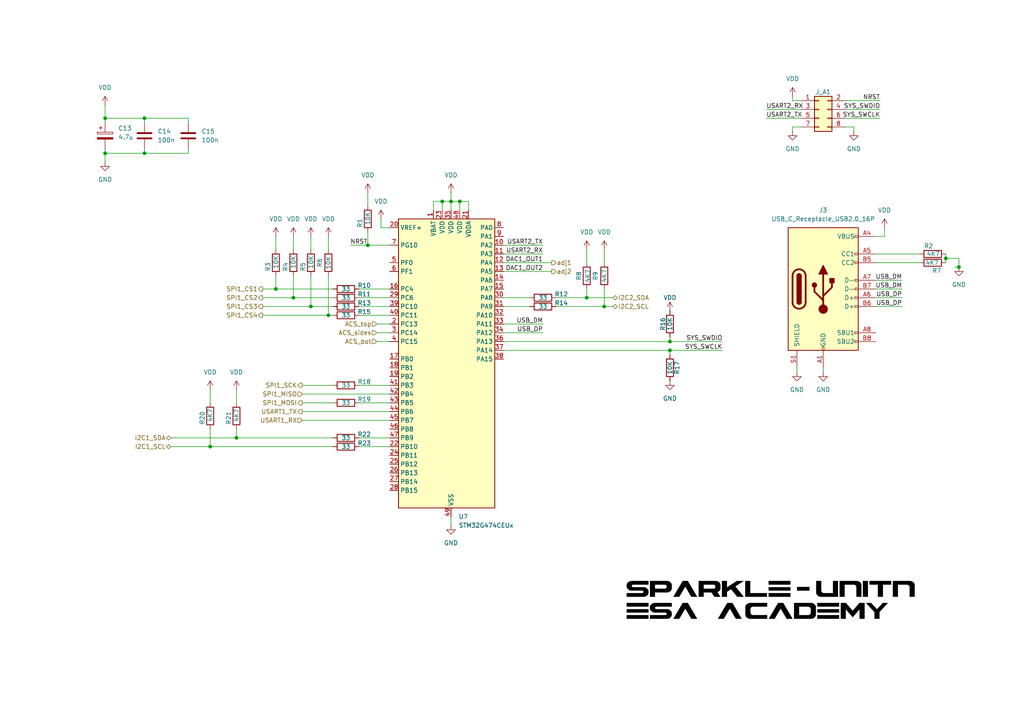
<source format=kicad_sch>
(kicad_sch (version 20231120) (generator "eeschema") (generator_version "8.0")
  (paper "A4")
  (title_block (title "Data Processing and Control Unit (DPCU)") (date "2024-10-17") (rev "1.0"))
  (lib_symbols
    (symbol "Connector:USB_C_Receptacle_USB2.0_16P" (pin_names (offset 1.016))
      (property "Reference" "J" (at 0 22.225 0))
      (property "Value" "USB_C_Receptacle_USB2.0_16P" (at 0 19.685 0))
      (symbol "USB_C_Receptacle_USB2.0_16P_0_0"
        (rectangle (start -0.254 -17.78) (end 0.254 -16.764))
        (rectangle (start 10.16 -14.986) (end 9.144 -15.494))
        (rectangle (start 10.16 -12.446) (end 9.144 -12.954))
        (rectangle (start 10.16 -4.826) (end 9.144 -5.334))
        (rectangle (start 10.16 -2.286) (end 9.144 -2.794))
        (rectangle (start 10.16 0.254) (end 9.144 -0.254))
        (rectangle (start 10.16 2.794) (end 9.144 2.286))
        (rectangle (start 10.16 7.874) (end 9.144 7.366))
        (rectangle (start 10.16 10.414) (end 9.144 9.906))
        (rectangle (start 10.16 15.494) (end 9.144 14.986))
      )
      (symbol "USB_C_Receptacle_USB2.0_16P_0_1"
        (rectangle (start -10.16 17.78) (end 10.16 -17.78) (stroke (width 0.254)) (fill (type background)))
        (arc (start -8.89 -3.81) (mid -6.985 -5.7067) (end -5.08 -3.81) (stroke (width 0.508)))
        (arc (start -7.62 -3.81) (mid -6.985 -4.4423) (end -6.35 -3.81) (stroke (width 0.254)))
        (arc (start -7.62 -3.81) (mid -6.985 -4.4423) (end -6.35 -3.81) (stroke (width 0.254)) (fill (type outline)))
        (rectangle (start -7.62 -3.81) (end -6.35 3.81) (stroke (width 0.254)) (fill (type outline)))
        (arc (start -6.35 3.81) (mid -6.985 4.4423) (end -7.62 3.81) (stroke (width 0.254)))
        (arc (start -6.35 3.81) (mid -6.985 4.4423) (end -7.62 3.81) (stroke (width 0.254)) (fill (type outline)))
        (arc (start -5.08 3.81) (mid -6.985 5.7067) (end -8.89 3.81) (stroke (width 0.508)))
        (circle (center -2.54 1.143) (radius 0.635) (stroke (width 0.254)) (fill (type outline)))
        (circle (center 0 -5.842) (radius 1.27) (fill (type outline)))
        (polyline (pts (xy -8.89 -3.81) (xy -8.89 3.81)) (stroke (width 0.508)))
        (polyline (pts (xy -5.08 3.81) (xy -5.08 -3.81)) (stroke (width 0.508)))
        (polyline (pts (xy 0 -5.842) (xy 0 4.318)) (stroke (width 0.508)))
        (polyline (pts (xy 0 -3.302) (xy -2.54 -0.762) (xy -2.54 0.508)) (stroke (width 0.508)))
        (polyline (pts (xy 0 -2.032) (xy 2.54 0.508) (xy 2.54 1.778)) (stroke (width 0.508)))
        (polyline (pts (xy -1.27 4.318) (xy 0 6.858) (xy 1.27 4.318) (xy -1.27 4.318)) (stroke (width 0.254)) (fill (type outline)))
        (rectangle (start 1.905 1.778) (end 3.175 3.048) (stroke (width 0.254)) (fill (type outline)))
      )
      (symbol "USB_C_Receptacle_USB2.0_16P_1_1"
        (pin passive line (at 0 -22.86 90) (length 5.08) (name "GND") (number "A1"))
        (pin passive line (at 0 -22.86 90) (length 5.08) hide (name "GND") (number "A12"))
        (pin passive line (at 15.24 15.24 180) (length 5.08) (name "VBUS") (number "A4"))
        (pin bidirectional line (at 15.24 10.16 180) (length 5.08) (name "CC1") (number "A5"))
        (pin bidirectional line (at 15.24 -2.54 180) (length 5.08) (name "D+") (number "A6"))
        (pin bidirectional line (at 15.24 2.54 180) (length 5.08) (name "D-") (number "A7"))
        (pin bidirectional line (at 15.24 -12.7 180) (length 5.08) (name "SBU1") (number "A8"))
        (pin passive line (at 15.24 15.24 180) (length 5.08) hide (name "VBUS") (number "A9"))
        (pin passive line (at 0 -22.86 90) (length 5.08) hide (name "GND") (number "B1"))
        (pin passive line (at 0 -22.86 90) (length 5.08) hide (name "GND") (number "B12"))
        (pin passive line (at 15.24 15.24 180) (length 5.08) hide (name "VBUS") (number "B4"))
        (pin bidirectional line (at 15.24 7.62 180) (length 5.08) (name "CC2") (number "B5"))
        (pin bidirectional line (at 15.24 -5.08 180) (length 5.08) (name "D+") (number "B6"))
        (pin bidirectional line (at 15.24 0 180) (length 5.08) (name "D-") (number "B7"))
        (pin bidirectional line (at 15.24 -15.24 180) (length 5.08) (name "SBU2") (number "B8"))
        (pin passive line (at 15.24 15.24 180) (length 5.08) hide (name "VBUS") (number "B9"))
        (pin passive line (at -7.62 -22.86 90) (length 5.08) (name "SHIELD") (number "S1"))
      )
    )
    (symbol "Connector_Generic:Conn_02x04_Odd_Even" (pin_names (offset 1.016) hide)
      (property "Reference" "J" (at 1.27 5.08 0))
      (property "Value" "Conn_02x04_Odd_Even" (at 1.27 -7.62 0))
      (symbol "Conn_02x04_Odd_Even_1_1"
        (rectangle (start -1.27 -4.953) (end 0 -5.207) (stroke (width 0.1524)))
        (rectangle (start -1.27 -2.413) (end 0 -2.667) (stroke (width 0.1524)))
        (rectangle (start -1.27 0.127) (end 0 -0.127) (stroke (width 0.1524)))
        (rectangle (start -1.27 2.667) (end 0 2.413) (stroke (width 0.1524)))
        (rectangle (start -1.27 3.81) (end 3.81 -6.35) (stroke (width 0.254)) (fill (type background)))
        (rectangle (start 3.81 -4.953) (end 2.54 -5.207) (stroke (width 0.1524)))
        (rectangle (start 3.81 -2.413) (end 2.54 -2.667) (stroke (width 0.1524)))
        (rectangle (start 3.81 0.127) (end 2.54 -0.127) (stroke (width 0.1524)))
        (rectangle (start 3.81 2.667) (end 2.54 2.413) (stroke (width 0.1524)))
        (pin passive line (at -5.08 2.54 0) (length 3.81) (name "Pin_1") (number "1"))
        (pin passive line (at 7.62 2.54 180) (length 3.81) (name "Pin_2") (number "2"))
        (pin passive line (at -5.08 0 0) (length 3.81) (name "Pin_3") (number "3"))
        (pin passive line (at 7.62 0 180) (length 3.81) (name "Pin_4") (number "4"))
        (pin passive line (at -5.08 -2.54 0) (length 3.81) (name "Pin_5") (number "5"))
        (pin passive line (at 7.62 -2.54 180) (length 3.81) (name "Pin_6") (number "6"))
        (pin passive line (at -5.08 -5.08 0) (length 3.81) (name "Pin_7") (number "7"))
        (pin passive line (at 7.62 -5.08 180) (length 3.81) (name "Pin_8") (number "8"))
      )
    )
    (symbol "Device:C" (pin_numbers hide) (pin_names (offset 0.254))
      (property "Reference" "C" (at 0.635 2.54 0))
      (property "Value" "C" (at 0.635 -2.54 0))
      (symbol "C_0_1"
        (polyline (pts (xy -2.032 -0.762) (xy 2.032 -0.762)) (stroke (width 0.508)))
        (polyline (pts (xy -2.032 0.762) (xy 2.032 0.762)) (stroke (width 0.508)))
      )
      (symbol "C_1_1"
        (pin passive line (at 0 3.81 270) (length 2.794) (name "~") (number "1"))
        (pin passive line (at 0 -3.81 90) (length 2.794) (name "~") (number "2"))
      )
    )
    (symbol "Device:C_Polarized" (pin_numbers hide) (pin_names (offset 0.254))
      (property "Reference" "C" (at 0.635 2.54 0))
      (property "Value" "C_Polarized" (at 0.635 -2.54 0))
      (symbol "C_Polarized_0_1"
        (rectangle (start -2.286 0.508) (end 2.286 1.016))
        (polyline (pts (xy -1.778 2.286) (xy -0.762 2.286)))
        (polyline (pts (xy -1.27 2.794) (xy -1.27 1.778)))
        (rectangle (start 2.286 -0.508) (end -2.286 -1.016) (fill (type outline)))
      )
      (symbol "C_Polarized_1_1"
        (pin passive line (at 0 3.81 270) (length 2.794) (name "~") (number "1"))
        (pin passive line (at 0 -3.81 90) (length 2.794) (name "~") (number "2"))
      )
    )
    (symbol "Device:R" (pin_numbers hide) (pin_names (offset 0))
      (property "Reference" "R" (at 2.032 0 90))
      (property "Value" "R" (at 0 0 90))
      (symbol "R_0_1"
        (rectangle (start -1.016 -2.54) (end 1.016 2.54) (stroke (width 0.254)))
      )
      (symbol "R_1_1"
        (pin passive line (at 0 3.81 270) (length 1.27) (name "~") (number "1"))
        (pin passive line (at 0 -3.81 90) (length 1.27) (name "~") (number "2"))
      )
    )
    (symbol "MCU_ST_STM32G4:STM32G474CEUx"
      (property "Reference" "U" (at -12.7 44.45 0))
      (property "Value" "STM32G474CEUx" (at 10.16 44.45 0))
      (symbol "STM32G474CEUx_0_1"
        (rectangle (start -12.7 -40.64) (end 15.24 43.18) (stroke (width 0.254)) (fill (type background)))
      )
      (symbol "STM32G474CEUx_1_1"
        (pin power_in line (at -2.54 45.72 270) (length 2.54) (name "VBAT") (number "1"))
        (pin bidirectional line (at 17.78 35.56 180) (length 2.54) (name "PA2") (number "10"))
        (pin bidirectional line (at 17.78 33.02 180) (length 2.54) (name "PA3") (number "11"))
        (pin bidirectional line (at 17.78 30.48 180) (length 2.54) (name "PA4") (number "12"))
        (pin bidirectional line (at 17.78 27.94 180) (length 2.54) (name "PA5") (number "13"))
        (pin bidirectional line (at 17.78 25.4 180) (length 2.54) (name "PA6") (number "14"))
        (pin bidirectional line (at 17.78 22.86 180) (length 2.54) (name "PA7") (number "15"))
        (pin bidirectional line (at -15.24 22.86 0) (length 2.54) (name "PC4") (number "16"))
        (pin bidirectional line (at -15.24 2.54 0) (length 2.54) (name "PB0") (number "17"))
        (pin bidirectional line (at -15.24 0 0) (length 2.54) (name "PB1") (number "18"))
        (pin bidirectional line (at -15.24 -2.54 0) (length 2.54) (name "PB2") (number "19"))
        (pin bidirectional line (at -15.24 12.7 0) (length 2.54) (name "PC13") (number "2"))
        (pin input line (at -15.24 40.64 0) (length 2.54) (name "VREF+") (number "20"))
        (pin power_in line (at 7.62 45.72 270) (length 2.54) (name "VDDA") (number "21"))
        (pin bidirectional line (at -15.24 -22.86 0) (length 2.54) (name "PB10") (number "22"))
        (pin power_in line (at 0 45.72 270) (length 2.54) (name "VDD") (number "23"))
        (pin bidirectional line (at -15.24 -25.4 0) (length 2.54) (name "PB11") (number "24"))
        (pin bidirectional line (at -15.24 -27.94 0) (length 2.54) (name "PB12") (number "25"))
        (pin bidirectional line (at -15.24 -30.48 0) (length 2.54) (name "PB13") (number "26"))
        (pin bidirectional line (at -15.24 -33.02 0) (length 2.54) (name "PB14") (number "27"))
        (pin bidirectional line (at -15.24 -35.56 0) (length 2.54) (name "PB15") (number "28"))
        (pin bidirectional line (at -15.24 20.32 0) (length 2.54) (name "PC6") (number "29"))
        (pin bidirectional line (at -15.24 10.16 0) (length 2.54) (name "PC14") (number "3"))
        (pin bidirectional line (at 17.78 20.32 180) (length 2.54) (name "PA8") (number "30"))
        (pin bidirectional line (at 17.78 17.78 180) (length 2.54) (name "PA9") (number "31"))
        (pin bidirectional line (at 17.78 15.24 180) (length 2.54) (name "PA10") (number "32"))
        (pin bidirectional line (at 17.78 12.7 180) (length 2.54) (name "PA11") (number "33"))
        (pin bidirectional line (at 17.78 10.16 180) (length 2.54) (name "PA12") (number "34"))
        (pin power_in line (at 2.54 45.72 270) (length 2.54) (name "VDD") (number "35"))
        (pin bidirectional line (at 17.78 7.62 180) (length 2.54) (name "PA13") (number "36"))
        (pin bidirectional line (at 17.78 5.08 180) (length 2.54) (name "PA14") (number "37"))
        (pin bidirectional line (at 17.78 2.54 180) (length 2.54) (name "PA15") (number "38"))
        (pin bidirectional line (at -15.24 17.78 0) (length 2.54) (name "PC10") (number "39"))
        (pin bidirectional line (at -15.24 7.62 0) (length 2.54) (name "PC15") (number "4"))
        (pin bidirectional line (at -15.24 15.24 0) (length 2.54) (name "PC11") (number "40"))
        (pin bidirectional line (at -15.24 -5.08 0) (length 2.54) (name "PB3") (number "41"))
        (pin bidirectional line (at -15.24 -7.62 0) (length 2.54) (name "PB4") (number "42"))
        (pin bidirectional line (at -15.24 -10.16 0) (length 2.54) (name "PB5") (number "43"))
        (pin bidirectional line (at -15.24 -12.7 0) (length 2.54) (name "PB6") (number "44"))
        (pin bidirectional line (at -15.24 -15.24 0) (length 2.54) (name "PB7") (number "45"))
        (pin bidirectional line (at -15.24 -17.78 0) (length 2.54) (name "PB8") (number "46"))
        (pin bidirectional line (at -15.24 -20.32 0) (length 2.54) (name "PB9") (number "47"))
        (pin power_in line (at 5.08 45.72 270) (length 2.54) (name "VDD") (number "48"))
        (pin power_in line (at 2.54 -43.18 90) (length 2.54) (name "VSS") (number "49"))
        (pin bidirectional line (at -15.24 30.48 0) (length 2.54) (name "PF0") (number "5"))
        (pin bidirectional line (at -15.24 27.94 0) (length 2.54) (name "PF1") (number "6"))
        (pin bidirectional line (at -15.24 35.56 0) (length 2.54) (name "PG10") (number "7"))
        (pin bidirectional line (at 17.78 40.64 180) (length 2.54) (name "PA0") (number "8"))
        (pin bidirectional line (at 17.78 38.1 180) (length 2.54) (name "PA1") (number "9"))
      )
    )
    (symbol "power:GND" (power) (pin_numbers hide) (pin_names (offset 0) hide)
      (property "Value" "GND" (at 0 -3.81 0))
      (symbol "GND_0_1"
        (polyline (pts (xy 0 0) (xy 0 -1.27) (xy 1.27 -1.27) (xy 0 -2.54) (xy -1.27 -1.27) (xy 0 -1.27)))
      )
      (symbol "GND_1_1"
        (pin power_in line (at 0 0 270) (length 0) (name "~") (number "1"))
      )
    )
    (symbol "power:VDD" (power) (pin_numbers hide) (pin_names (offset 0) hide)
      (property "Value" "VDD" (at 0 3.556 0))
      (symbol "VDD_0_1"
        (polyline (pts (xy -0.762 1.27) (xy 0 2.54)))
        (polyline (pts (xy 0 0) (xy 0 2.54)))
        (polyline (pts (xy 0 2.54) (xy 0.762 1.27)))
      )
      (symbol "VDD_1_1"
        (pin power_in line (at 0 0 90) (length 0) (name "~") (number "1"))
      )
    )
  )
  (junction (at 175.26 88.9))
  (junction (at 85.09 86.36))
  (junction (at 106.68 71.12))
  (junction (at 30.48 44.45))
  (junction (at 194.31 101.6))
  (junction (at 130.81 58.42))
  (junction (at 133.35 58.42))
  (junction (at 80.01 83.82))
  (junction (at 278.13 77.47))
  (junction (at 90.17 88.9))
  (junction (at 194.31 99.06))
  (junction (at 30.48 34.29))
  (junction (at 41.91 34.29))
  (junction (at 68.58 127))
  (junction (at 170.18 86.36))
  (junction (at 95.25 91.44))
  (junction (at 274.32 74.93))
  (junction (at 128.27 58.42))
  (junction (at 60.96 129.54))
  (junction (at 41.91 44.45))
  (wire (pts (xy 254 76.2) (xy 266.7 76.2)))
  (wire (pts (xy 254 88.9) (xy 261.62 88.9)))
  (wire (pts (xy 104.14 111.76) (xy 113.03 111.76)))
  (wire (pts (xy 146.05 71.12) (xy 157.48 71.12)))
  (wire (pts (xy 76.2 91.44) (xy 95.25 91.44)))
  (wire (pts (xy 146.05 99.06) (xy 194.31 99.06)))
  (wire (pts (xy 247.65 36.83) (xy 245.11 36.83)))
  (wire (pts (xy 109.22 99.06) (xy 113.03 99.06)))
  (wire (pts (xy 41.91 34.29) (xy 30.48 34.29)))
  (wire (pts (xy 146.05 76.2) (xy 160.02 76.2)))
  (wire (pts (xy 87.63 114.3) (xy 113.03 114.3)))
  (wire (pts (xy 49.53 129.54) (xy 60.96 129.54)))
  (wire (pts (xy 125.73 60.96) (xy 125.73 58.42)))
  (wire (pts (xy 194.31 101.6) (xy 209.55 101.6)))
  (wire (pts (xy 41.91 34.29) (xy 41.91 35.56)))
  (wire (pts (xy 125.73 58.42) (xy 128.27 58.42)))
  (wire (pts (xy 229.87 38.1) (xy 229.87 36.83)))
  (wire (pts (xy 238.76 107.95) (xy 238.76 106.68)))
  (wire (pts (xy 76.2 83.82) (xy 80.01 83.82)))
  (wire (pts (xy 49.53 127) (xy 68.58 127)))
  (wire (pts (xy 87.63 116.84) (xy 96.52 116.84)))
  (wire (pts (xy 170.18 72.39) (xy 170.18 76.2)))
  (wire (pts (xy 276.86 77.47) (xy 278.13 77.47)))
  (wire (pts (xy 135.89 58.42) (xy 135.89 60.96)))
  (wire (pts (xy 76.2 88.9) (xy 90.17 88.9)))
  (wire (pts (xy 146.05 101.6) (xy 194.31 101.6)))
  (wire (pts (xy 60.96 113.03) (xy 60.96 116.84)))
  (wire (pts (xy 104.14 88.9) (xy 113.03 88.9)))
  (wire (pts (xy 229.87 29.21) (xy 229.87 27.94)))
  (wire (pts (xy 104.14 127) (xy 113.03 127)))
  (wire (pts (xy 245.11 29.21) (xy 255.27 29.21)))
  (wire (pts (xy 130.81 58.42) (xy 133.35 58.42)))
  (wire (pts (xy 95.25 91.44) (xy 96.52 91.44)))
  (wire (pts (xy 30.48 44.45) (xy 30.48 46.99)))
  (wire (pts (xy 274.32 73.66) (xy 274.32 74.93)))
  (wire (pts (xy 170.18 83.82) (xy 170.18 86.36)))
  (wire (pts (xy 170.18 86.36) (xy 177.8 86.36)))
  (wire (pts (xy 104.14 116.84) (xy 113.03 116.84)))
  (wire (pts (xy 133.35 58.42) (xy 133.35 60.96)))
  (wire (pts (xy 161.29 88.9) (xy 175.26 88.9)))
  (wire (pts (xy 245.11 31.75) (xy 255.27 31.75)))
  (wire (pts (xy 113.03 71.12) (xy 106.68 71.12)))
  (wire (pts (xy 60.96 129.54) (xy 96.52 129.54)))
  (wire (pts (xy 41.91 43.18) (xy 41.91 44.45)))
  (wire (pts (xy 85.09 80.01) (xy 85.09 86.36)))
  (wire (pts (xy 41.91 34.29) (xy 54.61 34.29)))
  (wire (pts (xy 254 86.36) (xy 261.62 86.36)))
  (wire (pts (xy 90.17 80.01) (xy 90.17 88.9)))
  (wire (pts (xy 146.05 86.36) (xy 153.67 86.36)))
  (wire (pts (xy 130.81 58.42) (xy 130.81 60.96)))
  (wire (pts (xy 194.31 102.87) (xy 194.31 101.6)))
  (wire (pts (xy 80.01 83.82) (xy 96.52 83.82)))
  (wire (pts (xy 175.26 88.9) (xy 177.8 88.9)))
  (wire (pts (xy 104.14 83.82) (xy 113.03 83.82)))
  (wire (pts (xy 229.87 29.21) (xy 232.41 29.21)))
  (wire (pts (xy 109.22 93.98) (xy 113.03 93.98)))
  (wire (pts (xy 256.54 68.58) (xy 254 68.58)))
  (wire (pts (xy 146.05 93.98) (xy 157.48 93.98)))
  (wire (pts (xy 109.22 96.52) (xy 113.03 96.52)))
  (wire (pts (xy 146.05 73.66) (xy 157.48 73.66)))
  (wire (pts (xy 231.14 107.95) (xy 231.14 106.68)))
  (wire (pts (xy 87.63 111.76) (xy 96.52 111.76)))
  (wire (pts (xy 222.25 34.29) (xy 232.41 34.29)))
  (wire (pts (xy 106.68 55.88) (xy 106.68 59.69)))
  (wire (pts (xy 90.17 68.58) (xy 90.17 72.39)))
  (wire (pts (xy 80.01 80.01) (xy 80.01 83.82)))
  (wire (pts (xy 76.2 86.36) (xy 85.09 86.36)))
  (wire (pts (xy 146.05 88.9) (xy 153.67 88.9)))
  (wire (pts (xy 247.65 38.1) (xy 247.65 36.83)))
  (wire (pts (xy 101.6 71.12) (xy 106.68 71.12)))
  (wire (pts (xy 68.58 124.46) (xy 68.58 127)))
  (wire (pts (xy 60.96 124.46) (xy 60.96 129.54)))
  (wire (pts (xy 175.26 72.39) (xy 175.26 76.2)))
  (wire (pts (xy 41.91 44.45) (xy 54.61 44.45)))
  (wire (pts (xy 245.11 34.29) (xy 255.27 34.29)))
  (wire (pts (xy 130.81 152.4) (xy 130.81 149.86)))
  (wire (pts (xy 87.63 121.92) (xy 113.03 121.92)))
  (wire (pts (xy 104.14 129.54) (xy 113.03 129.54)))
  (wire (pts (xy 80.01 68.58) (xy 80.01 72.39)))
  (wire (pts (xy 104.14 86.36) (xy 113.03 86.36)))
  (wire (pts (xy 128.27 58.42) (xy 128.27 60.96)))
  (wire (pts (xy 194.31 97.79) (xy 194.31 99.06)))
  (wire (pts (xy 161.29 86.36) (xy 170.18 86.36)))
  (wire (pts (xy 175.26 83.82) (xy 175.26 88.9)))
  (wire (pts (xy 278.13 74.93) (xy 278.13 77.47)))
  (wire (pts (xy 232.41 31.75) (xy 222.25 31.75)))
  (wire (pts (xy 130.81 55.88) (xy 130.81 58.42)))
  (wire (pts (xy 54.61 34.29) (xy 54.61 35.56)))
  (wire (pts (xy 54.61 44.45) (xy 54.61 43.18)))
  (wire (pts (xy 146.05 96.52) (xy 157.48 96.52)))
  (wire (pts (xy 30.48 30.48) (xy 30.48 34.29)))
  (wire (pts (xy 30.48 43.18) (xy 30.48 44.45)))
  (wire (pts (xy 85.09 86.36) (xy 96.52 86.36)))
  (wire (pts (xy 30.48 34.29) (xy 30.48 35.56)))
  (wire (pts (xy 30.48 44.45) (xy 41.91 44.45)))
  (wire (pts (xy 274.32 74.93) (xy 274.32 76.2)))
  (wire (pts (xy 128.27 58.42) (xy 130.81 58.42)))
  (wire (pts (xy 133.35 58.42) (xy 135.89 58.42)))
  (wire (pts (xy 95.25 68.58) (xy 95.25 72.39)))
  (wire (pts (xy 229.87 36.83) (xy 232.41 36.83)))
  (wire (pts (xy 68.58 113.03) (xy 68.58 116.84)))
  (wire (pts (xy 95.25 80.01) (xy 95.25 91.44)))
  (wire (pts (xy 104.14 91.44) (xy 113.03 91.44)))
  (wire (pts (xy 68.58 127) (xy 96.52 127)))
  (wire (pts (xy 254 83.82) (xy 261.62 83.82)))
  (wire (pts (xy 90.17 88.9) (xy 96.52 88.9)))
  (wire (pts (xy 87.63 119.38) (xy 113.03 119.38)))
  (wire (pts (xy 209.55 99.06) (xy 194.31 99.06)))
  (wire (pts (xy 113.03 66.04) (xy 110.49 66.04)))
  (wire (pts (xy 256.54 66.04) (xy 256.54 68.58)))
  (wire (pts (xy 85.09 68.58) (xy 85.09 72.39)))
  (wire (pts (xy 274.32 74.93) (xy 278.13 74.93)))
  (wire (pts (xy 110.49 66.04) (xy 110.49 63.5)))
  (wire (pts (xy 146.05 78.74) (xy 160.02 78.74)))
  (wire (pts (xy 106.68 71.12) (xy 106.68 67.31)))
  (wire (pts (xy 254 73.66) (xy 266.7 73.66)))
  (wire (pts (xy 254 81.28) (xy 261.62 81.28)))
  (image (at 223.52 173.99) (scale 0.489235))
  (label "USB_DM" (at 261.62 81.28 180))
  (label "USART2_TX" (at 157.48 71.12 180))
  (label "USART2_RX" (at 157.48 73.66 180))
  (label "NRST" (at 101.6 71.12 0))
  (label "SYS_SWCLK" (at 255.27 34.29 180))
  (label "USB_DP" (at 261.62 86.36 180))
  (label "USART2_TX" (at 222.25 34.29 0))
  (label "DAC1_OUT1" (at 157.48 76.2 180))
  (label "NRST" (at 255.27 29.21 180))
  (label "DAC1_OUT2" (at 157.48 78.74 180))
  (label "SYS_SWDIO" (at 255.27 31.75 180))
  (label "SYS_SWCLK" (at 209.55 101.6 180))
  (label "USART2_RX" (at 222.25 31.75 0))
  (label "USB_DM" (at 157.48 93.98 180))
  (label "USB_DM" (at 261.62 83.82 180))
  (label "SYS_SWDIO" (at 209.55 99.06 180))
  (label "USB_DP" (at 261.62 88.9 180))
  (label "USB_DP" (at 157.48 96.52 180))
  (hierarchical_label "USART1_TX" (shape output) (at 87.63 119.38 180))
  (hierarchical_label "adj1" (shape output) (at 160.02 76.2 0))
  (hierarchical_label "I2C2_SDA" (shape bidirectional) (at 177.8 86.36 0))
  (hierarchical_label "ACS_bot" (shape input) (at 109.22 99.06 180))
  (hierarchical_label "I2C2_SCL" (shape bidirectional) (at 177.8 88.9 0))
  (hierarchical_label "ACS_top" (shape input) (at 109.22 93.98 180))
  (hierarchical_label "SPI1_CS3" (shape output) (at 76.2 88.9 180))
  (hierarchical_label "SPI1_MOSI" (shape output) (at 87.63 116.84 180))
  (hierarchical_label "SPI1_SCK" (shape output) (at 87.63 111.76 180))
  (hierarchical_label "adj2" (shape output) (at 160.02 78.74 0))
  (hierarchical_label "SPI1_CS1" (shape output) (at 76.2 83.82 180))
  (hierarchical_label "USART1_RX" (shape input) (at 87.63 121.92 180))
  (hierarchical_label "SPI1_MISO" (shape input) (at 87.63 114.3 180))
  (hierarchical_label "I2C1_SCL" (shape bidirectional) (at 49.53 129.54 180))
  (hierarchical_label "SPI1_CS4" (shape output) (at 76.2 91.44 180))
  (hierarchical_label "SPI1_CS2" (shape output) (at 76.2 86.36 180))
  (hierarchical_label "ACS_sides" (shape input) (at 109.22 96.52 180))
  (hierarchical_label "I2C1_SDA" (shape bidirectional) (at 49.53 127 180))
  (symbol (lib_id "Device:R") (at 175.26 80.01 180) (unit 1)
    (property "Reference" "R9" (at 172.72 80.01 90))
    (property "Value" "4K7" (at 175.26 80.01 90))
    (property "Footprint" "Resistor_SMD:R_0603_1608Metric_Pad0.98x0.95mm_HandSolder" (effects (hide yes)))
    (property "Description" "Resistor" (effects (hide yes)))
  )
  (symbol (lib_id "Device:R") (at 157.48 88.9 270) (mirror x) (unit 1)
    (property "Reference" "R14" (at 162.814 87.884 90))
    (property "Value" "33" (at 157.48 88.9 90))
    (property "Footprint" "Resistor_SMD:R_0603_1608Metric_Pad0.98x0.95mm_HandSolder" (effects (hide yes)))
    (property "Description" "Resistor" (effects (hide yes)))
  )
  (symbol (lib_id "power:VDD") (at 110.49 63.5 0) (unit 1)
    (property "Reference" "#PWR039" (effects (hide yes)))
    (property "Value" "VDD" (at 110.49 58.42 0))
    (property "Description" "Power symbol creates a global label with name \"VDD\"" (effects (hide yes)))
  )
  (symbol (lib_id "Device:R") (at 100.33 91.44 270) (mirror x) (unit 1)
    (property "Reference" "R15" (at 105.664 90.424 90))
    (property "Value" "33" (at 100.33 91.44 90))
    (property "Footprint" "Resistor_SMD:R_0603_1608Metric_Pad0.98x0.95mm_HandSolder" (effects (hide yes)))
    (property "Description" "Resistor" (effects (hide yes)))
  )
  (symbol (lib_id "Device:R") (at 106.68 63.5 180) (unit 1)
    (property "Reference" "R1" (at 104.394 66.04 90) (effects (justify right)))
    (property "Value" "10K" (at 106.68 65.278 90) (effects (justify right)))
    (property "Footprint" "Resistor_SMD:R_0603_1608Metric_Pad0.98x0.95mm_HandSolder" (effects (hide yes)))
    (property "Description" "Resistor" (effects (hide yes)))
  )
  (symbol (lib_id "Device:R") (at 157.48 86.36 270) (mirror x) (unit 1)
    (property "Reference" "R12" (at 162.814 85.344 90))
    (property "Value" "33" (at 157.48 86.36 90))
    (property "Footprint" "Resistor_SMD:R_0603_1608Metric_Pad0.98x0.95mm_HandSolder" (effects (hide yes)))
    (property "Description" "Resistor" (effects (hide yes)))
  )
  (symbol (lib_id "Device:R") (at 100.33 83.82 270) (mirror x) (unit 1)
    (property "Reference" "R10" (at 105.664 82.804 90))
    (property "Value" "33" (at 100.33 83.82 90))
    (property "Footprint" "Resistor_SMD:R_0603_1608Metric_Pad0.98x0.95mm_HandSolder" (effects (hide yes)))
    (property "Description" "Resistor" (effects (hide yes)))
  )
  (symbol (lib_id "power:VDD") (at 30.48 30.48 0) (unit 1)
    (property "Reference" "#PWR033" (effects (hide yes)))
    (property "Value" "VDD" (at 30.48 25.4 0))
    (property "Description" "Power symbol creates a global label with name \"VDD\"" (effects (hide yes)))
  )
  (symbol (lib_id "Connector:USB_C_Receptacle_USB2.0_16P") (at 238.76 83.82 0) (unit 1)
    (property "Reference" "J3" (at 238.76 60.96 0))
    (property "Value" "USB_C_Receptacle_USB2.0_16P" (at 238.76 63.5 0))
    (property "Footprint" "Connector_USB:USB_C_Receptacle_GCT_USB4085" (effects (hide yes)))
    (property "Datasheet" "https://www.usb.org/sites/default/files/documents/usb_type-c.zip" (effects (hide yes)))
    (property "Description" "USB 2.0-only 16P Type-C Receptacle connector" (effects (hide yes)))
  )
  (symbol (lib_id "Device:R") (at 194.31 106.68 0) (unit 1)
    (property "Reference" "R17" (at 196.342 106.68 90))
    (property "Value" "10K" (at 194.31 106.68 90))
    (property "Footprint" "Resistor_SMD:R_0603_1608Metric_Pad0.98x0.95mm_HandSolder" (effects (hide yes)))
    (property "Description" "Resistor" (effects (hide yes)))
  )
  (symbol (lib_id "Device:R") (at 270.51 73.66 90) (unit 1)
    (property "Reference" "R2" (at 267.97 71.374 90) (effects (justify right)))
    (property "Value" "4K7" (at 268.732 73.66 90) (effects (justify right)))
    (property "Footprint" "Resistor_SMD:R_0603_1608Metric_Pad0.98x0.95mm_HandSolder" (effects (hide yes)))
    (property "Description" "Resistor" (effects (hide yes)))
  )
  (symbol (lib_id "Device:R") (at 68.58 120.65 180) (unit 1)
    (property "Reference" "R21" (at 66.294 123.19 90) (effects (justify right)))
    (property "Value" "4K7" (at 68.58 122.428 90) (effects (justify right)))
    (property "Footprint" "Resistor_SMD:R_0603_1608Metric_Pad0.98x0.95mm_HandSolder" (effects (hide yes)))
    (property "Description" "Resistor" (effects (hide yes)))
  )
  (symbol (lib_id "Device:C") (at 54.61 39.37 0) (unit 1)
    (property "Reference" "C15" (at 58.42 38.0999 0) (effects (justify left)))
    (property "Value" "100n" (at 58.42 40.6399 0) (effects (justify left)))
    (property "Description" "Unpolarized capacitor" (effects (hide yes)))
  )
  (symbol (lib_id "power:VDD") (at 90.17 68.58 0) (unit 1)
    (property "Reference" "#PWR043" (effects (hide yes)))
    (property "Value" "VDD" (at 90.17 63.5 0))
    (property "Description" "Power symbol creates a global label with name \"VDD\"" (effects (hide yes)))
  )
  (symbol (lib_id "power:VDD") (at 95.25 68.58 0) (unit 1)
    (property "Reference" "#PWR044" (effects (hide yes)))
    (property "Value" "VDD" (at 95.25 63.5 0))
    (property "Description" "Power symbol creates a global label with name \"VDD\"" (effects (hide yes)))
  )
  (symbol (lib_id "Device:R") (at 85.09 76.2 180) (unit 1)
    (property "Reference" "R4" (at 82.804 78.74 90) (effects (justify right)))
    (property "Value" "10K" (at 85.09 77.978 90) (effects (justify right)))
    (property "Footprint" "Resistor_SMD:R_0603_1608Metric_Pad0.98x0.95mm_HandSolder" (effects (hide yes)))
    (property "Description" "Resistor" (effects (hide yes)))
  )
  (symbol (lib_id "MCU_ST_STM32G4:STM32G474CEUx") (at 128.27 106.68 0) (unit 1)
    (property "Reference" "U7" (at 133.0041 149.86 0) (effects (justify left)))
    (property "Value" "STM32G474CEUx" (at 133.0041 152.4 0) (effects (justify left)))
    (property "Footprint" "Package_DFN_QFN:QFN-48-1EP_7x7mm_P0.5mm_EP5.6x5.6mm" (effects (hide yes)))
    (property "Datasheet" "https://www.st.com/resource/en/datasheet/stm32g474ce.pdf" (effects (hide yes)))
    (property "Description" "STMicroelectronics Arm Cortex-M4 MCU, 512KB flash, 128KB RAM, 170 MHz, 1.71-3.6V, 42 GPIO, UFQFPN48" (effects (hide yes)))
  )
  (symbol (lib_id "Device:R") (at 60.96 120.65 180) (unit 1)
    (property "Reference" "R20" (at 58.674 123.19 90) (effects (justify right)))
    (property "Value" "4K7" (at 60.96 122.428 90) (effects (justify right)))
    (property "Footprint" "Resistor_SMD:R_0603_1608Metric_Pad0.98x0.95mm_HandSolder" (effects (hide yes)))
    (property "Description" "Resistor" (effects (hide yes)))
  )
  (symbol (lib_id "Device:R") (at 100.33 111.76 270) (mirror x) (unit 1)
    (property "Reference" "R18" (at 105.664 110.744 90))
    (property "Value" "33" (at 100.33 111.76 90))
    (property "Footprint" "Resistor_SMD:R_0603_1608Metric_Pad0.98x0.95mm_HandSolder" (effects (hide yes)))
    (property "Description" "Resistor" (effects (hide yes)))
  )
  (symbol (lib_id "power:VDD") (at 175.26 72.39 0) (unit 1)
    (property "Reference" "#PWR046" (effects (hide yes)))
    (property "Value" "VDD" (at 175.26 67.31 0))
    (property "Description" "Power symbol creates a global label with name \"VDD\"" (effects (hide yes)))
  )
  (symbol (lib_id "power:VDD") (at 68.58 113.03 0) (mirror y) (unit 1)
    (property "Reference" "#PWR053" (effects (hide yes)))
    (property "Value" "VDD" (at 68.58 107.95 0))
    (property "Description" "Power symbol creates a global label with name \"VDD\"" (effects (hide yes)))
  )
  (symbol (lib_id "power:VDD") (at 85.09 68.58 0) (unit 1)
    (property "Reference" "#PWR042" (effects (hide yes)))
    (property "Value" "VDD" (at 85.09 63.5 0))
    (property "Description" "Power symbol creates a global label with name \"VDD\"" (effects (hide yes)))
  )
  (symbol (lib_id "power:VDD") (at 60.96 113.03 0) (mirror y) (unit 1)
    (property "Reference" "#PWR052" (effects (hide yes)))
    (property "Value" "VDD" (at 60.96 107.95 0))
    (property "Description" "Power symbol creates a global label with name \"VDD\"" (effects (hide yes)))
  )
  (symbol (lib_id "power:VDD") (at 229.87 27.94 0) (unit 1)
    (property "Reference" "#PWR032" (effects (hide yes)))
    (property "Value" "VDD" (at 229.87 22.86 0))
    (property "Description" "Power symbol creates a global label with name \"VDD\"" (effects (hide yes)))
  )
  (symbol (lib_id "power:GND") (at 247.65 38.1 0) (unit 1)
    (property "Reference" "#PWR035" (effects (hide yes)))
    (property "Value" "GND" (at 247.65 43.18 0))
    (property "Description" "Power symbol creates a global label with name \"GND\" , ground" (effects (hide yes)))
  )
  (symbol (lib_id "power:GND") (at 194.31 110.49 0) (unit 1)
    (property "Reference" "#PWR051" (effects (hide yes)))
    (property "Value" "GND" (at 194.31 115.57 0))
    (property "Description" "Power symbol creates a global label with name \"GND\" , ground" (effects (hide yes)))
  )
  (symbol (lib_id "power:VDD") (at 194.31 90.17 0) (unit 1)
    (property "Reference" "#PWR048" (effects (hide yes)))
    (property "Value" "VDD" (at 194.31 86.36 0))
    (property "Description" "Power symbol creates a global label with name \"VDD\"" (effects (hide yes)))
  )
  (symbol (lib_id "power:VDD") (at 106.68 55.88 0) (unit 1)
    (property "Reference" "#PWR037" (effects (hide yes)))
    (property "Value" "VDD" (at 106.68 50.8 0))
    (property "Description" "Power symbol creates a global label with name \"VDD\"" (effects (hide yes)))
  )
  (symbol (lib_id "power:GND") (at 278.13 77.47 0) (unit 1)
    (property "Reference" "#PWR047" (effects (hide yes)))
    (property "Value" "GND" (at 278.13 82.55 0))
    (property "Description" "Power symbol creates a global label with name \"GND\" , ground" (effects (hide yes)))
  )
  (symbol (lib_id "power:GND") (at 238.76 107.95 0) (unit 1)
    (property "Reference" "#PWR050" (effects (hide yes)))
    (property "Value" "GND" (at 238.76 113.03 0))
    (property "Description" "Power symbol creates a global label with name \"GND\" , ground" (effects (hide yes)))
  )
  (symbol (lib_id "Device:R") (at 100.33 86.36 270) (mirror x) (unit 1)
    (property "Reference" "R11" (at 105.664 85.344 90))
    (property "Value" "33" (at 100.33 86.36 90))
    (property "Footprint" "Resistor_SMD:R_0603_1608Metric_Pad0.98x0.95mm_HandSolder" (effects (hide yes)))
    (property "Description" "Resistor" (effects (hide yes)))
  )
  (symbol (lib_id "power:GND") (at 229.87 38.1 0) (unit 1)
    (property "Reference" "#PWR034" (effects (hide yes)))
    (property "Value" "GND" (at 229.87 43.18 0))
    (property "Description" "Power symbol creates a global label with name \"GND\" , ground" (effects (hide yes)))
  )
  (symbol (lib_id "Device:R") (at 100.33 116.84 270) (mirror x) (unit 1)
    (property "Reference" "R19" (at 105.664 115.824 90))
    (property "Value" "33" (at 100.33 116.84 90))
    (property "Footprint" "Resistor_SMD:R_0603_1608Metric_Pad0.98x0.95mm_HandSolder" (effects (hide yes)))
    (property "Description" "Resistor" (effects (hide yes)))
  )
  (symbol (lib_id "power:VDD") (at 170.18 72.39 0) (unit 1)
    (property "Reference" "#PWR045" (effects (hide yes)))
    (property "Value" "VDD" (at 170.18 67.31 0))
    (property "Description" "Power symbol creates a global label with name \"VDD\"" (effects (hide yes)))
  )
  (symbol (lib_id "Device:R") (at 170.18 80.01 180) (unit 1)
    (property "Reference" "R8" (at 167.894 80.01 90))
    (property "Value" "4K7" (at 170.434 80.01 90))
    (property "Footprint" "Resistor_SMD:R_0603_1608Metric_Pad0.98x0.95mm_HandSolder" (effects (hide yes)))
    (property "Description" "Resistor" (effects (hide yes)))
  )
  (symbol (lib_id "Device:R") (at 270.51 76.2 270) (unit 1)
    (property "Reference" "R7" (at 273.05 78.486 90) (effects (justify right)))
    (property "Value" "4K7" (at 272.288 76.2 90) (effects (justify right)))
    (property "Footprint" "Resistor_SMD:R_0603_1608Metric_Pad0.98x0.95mm_HandSolder" (effects (hide yes)))
    (property "Description" "Resistor" (effects (hide yes)))
  )
  (symbol (lib_id "Device:C") (at 41.91 39.37 0) (unit 1)
    (property "Reference" "C14" (at 45.72 38.0999 0) (effects (justify left)))
    (property "Value" "100n" (at 45.72 40.6399 0) (effects (justify left)))
    (property "Description" "Unpolarized capacitor" (effects (hide yes)))
  )
  (symbol (lib_id "Device:R") (at 95.25 76.2 180) (unit 1)
    (property "Reference" "R6" (at 92.71 76.2 90))
    (property "Value" "10K" (at 95.25 76.2 90))
    (property "Footprint" "Resistor_SMD:R_0603_1608Metric_Pad0.98x0.95mm_HandSolder" (effects (hide yes)))
    (property "Description" "Resistor" (effects (hide yes)))
  )
  (symbol (lib_id "power:VDD") (at 130.81 55.88 0) (unit 1)
    (property "Reference" "#PWR038" (effects (hide yes)))
    (property "Value" "VDD" (at 130.81 50.8 0))
    (property "Description" "Power symbol creates a global label with name \"VDD\"" (effects (hide yes)))
  )
  (symbol (lib_id "Device:R") (at 80.01 76.2 180) (unit 1)
    (property "Reference" "R3" (at 77.724 78.74 90) (effects (justify right)))
    (property "Value" "10K" (at 80.01 77.978 90) (effects (justify right)))
    (property "Footprint" "Resistor_SMD:R_0603_1608Metric_Pad0.98x0.95mm_HandSolder" (effects (hide yes)))
    (property "Description" "Resistor" (effects (hide yes)))
  )
  (symbol (lib_id "Device:R") (at 90.17 76.2 180) (unit 1)
    (property "Reference" "R5" (at 87.884 78.74 90) (effects (justify right)))
    (property "Value" "10K" (at 90.17 77.978 90) (effects (justify right)))
    (property "Footprint" "Resistor_SMD:R_0603_1608Metric_Pad0.98x0.95mm_HandSolder" (effects (hide yes)))
    (property "Description" "Resistor" (effects (hide yes)))
  )
  (symbol (lib_id "Device:R") (at 194.31 93.98 180) (unit 1)
    (property "Reference" "R16" (at 192.278 93.98 90))
    (property "Value" "10K" (at 194.31 93.98 90))
    (property "Footprint" "Resistor_SMD:R_0603_1608Metric_Pad0.98x0.95mm_HandSolder" (effects (hide yes)))
    (property "Description" "Resistor" (effects (hide yes)))
  )
  (symbol (lib_id "power:GND") (at 30.48 46.99 0) (unit 1)
    (property "Reference" "#PWR036" (effects (hide yes)))
    (property "Value" "GND" (at 30.48 52.07 0))
    (property "Description" "Power symbol creates a global label with name \"GND\" , ground" (effects (hide yes)))
  )
  (symbol (lib_id "power:VDD") (at 80.01 68.58 0) (unit 1)
    (property "Reference" "#PWR041" (effects (hide yes)))
    (property "Value" "VDD" (at 80.01 63.5 0))
    (property "Description" "Power symbol creates a global label with name \"VDD\"" (effects (hide yes)))
  )
  (symbol (lib_id "Device:R") (at 100.33 129.54 270) (mirror x) (unit 1)
    (property "Reference" "R23" (at 105.664 128.524 90))
    (property "Value" "33" (at 100.33 129.54 90))
    (property "Footprint" "Resistor_SMD:R_0603_1608Metric_Pad0.98x0.95mm_HandSolder" (effects (hide yes)))
    (property "Description" "Resistor" (effects (hide yes)))
  )
  (symbol (lib_id "power:VDD") (at 256.54 66.04 0) (unit 1)
    (property "Reference" "#PWR040" (effects (hide yes)))
    (property "Value" "VDD" (at 256.54 60.96 0))
    (property "Description" "Power symbol creates a global label with name \"VDD\"" (effects (hide yes)))
  )
  (symbol (lib_id "Device:R") (at 100.33 88.9 270) (mirror x) (unit 1)
    (property "Reference" "R13" (at 105.664 87.884 90))
    (property "Value" "33" (at 100.33 88.9 90))
    (property "Footprint" "Resistor_SMD:R_0603_1608Metric_Pad0.98x0.95mm_HandSolder" (effects (hide yes)))
    (property "Description" "Resistor" (effects (hide yes)))
  )
  (symbol (lib_id "Device:R") (at 100.33 127 270) (mirror x) (unit 1)
    (property "Reference" "R22" (at 105.664 125.984 90))
    (property "Value" "33" (at 100.33 127 90))
    (property "Footprint" "Resistor_SMD:R_0603_1608Metric_Pad0.98x0.95mm_HandSolder" (effects (hide yes)))
    (property "Description" "Resistor" (effects (hide yes)))
  )
  (symbol (lib_id "Device:C_Polarized") (at 30.48 39.37 0) (unit 1)
    (property "Reference" "C13" (at 34.29 37.2109 0) (effects (justify left)))
    (property "Value" "4.7u" (at 34.29 39.7509 0) (effects (justify left)))
    (property "Description" "Polarized capacitor" (effects (hide yes)))
  )
  (symbol (lib_id "power:GND") (at 231.14 107.95 0) (unit 1)
    (property "Reference" "#PWR049" (effects (hide yes)))
    (property "Value" "GND" (at 231.14 113.03 0))
    (property "Description" "Power symbol creates a global label with name \"GND\" , ground" (effects (hide yes)))
  )
  (symbol (lib_id "power:GND") (at 130.81 152.4 0) (unit 1)
    (property "Reference" "#PWR054" (effects (hide yes)))
    (property "Value" "GND" (at 130.81 157.48 0))
    (property "Description" "Power symbol creates a global label with name \"GND\" , ground" (effects (hide yes)))
  )
  (symbol (lib_id "Connector_Generic:Conn_02x04_Odd_Even") (at 237.49 31.75 0) (unit 1)
    (property "Reference" "J_A1" (at 238.76 26.67 0))
    (property "Value" "Conn_02x05_Odd_Even" (effects (hide yes)))
    (property "Footprint" "Connector_PinHeader_2.54mm:PinHeader_2x05_P2.54mm_Vertical" (effects (hide yes)))
    (property "Description" "Generic connector, double row, 02x04, odd/even pin numbering scheme (row 1 odd numbers, row 2 even numbers), script generated (kicad-library-utils/schlib/autogen/connector/)" (effects (hide yes)))
  )
)
</source>
